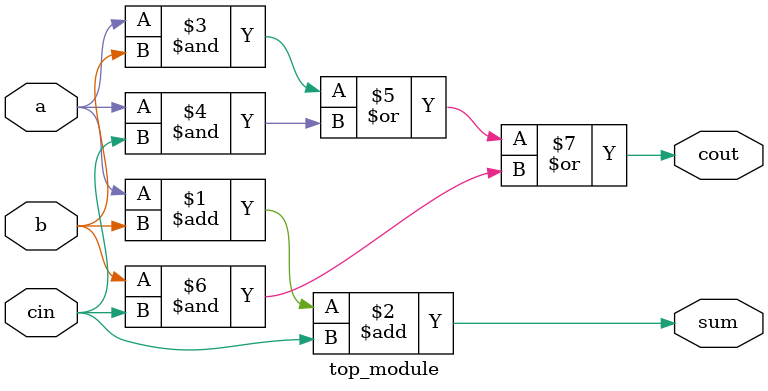
<source format=v>
module top_module (
  input wire a,
  input wire b,
  input wire cin,
  output wire cout,
  output wire sum
);

  assign sum = a + b + cin;
  assign cout = (a & b) | (a & cin) | (b & cin);

endmodule
</source>
